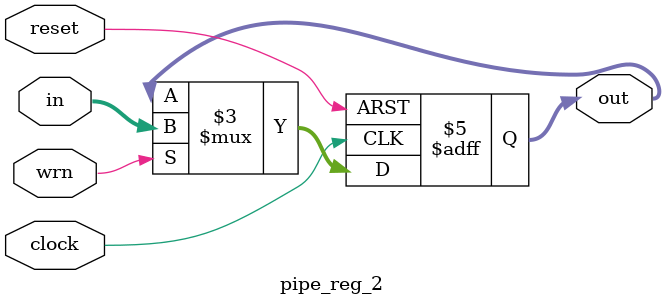
<source format=v>
module pipe_reg_2(
	input [1:0] in,
	input clock,
	input reset,
	input wrn,
	output reg [1:0]out
	);
 
	always @(posedge clock,negedge reset) 
	begin
    if(!reset)
		out <= 2'b00;
	else 
		if(wrn)
			out <= in;
	end
endmodule 
</source>
